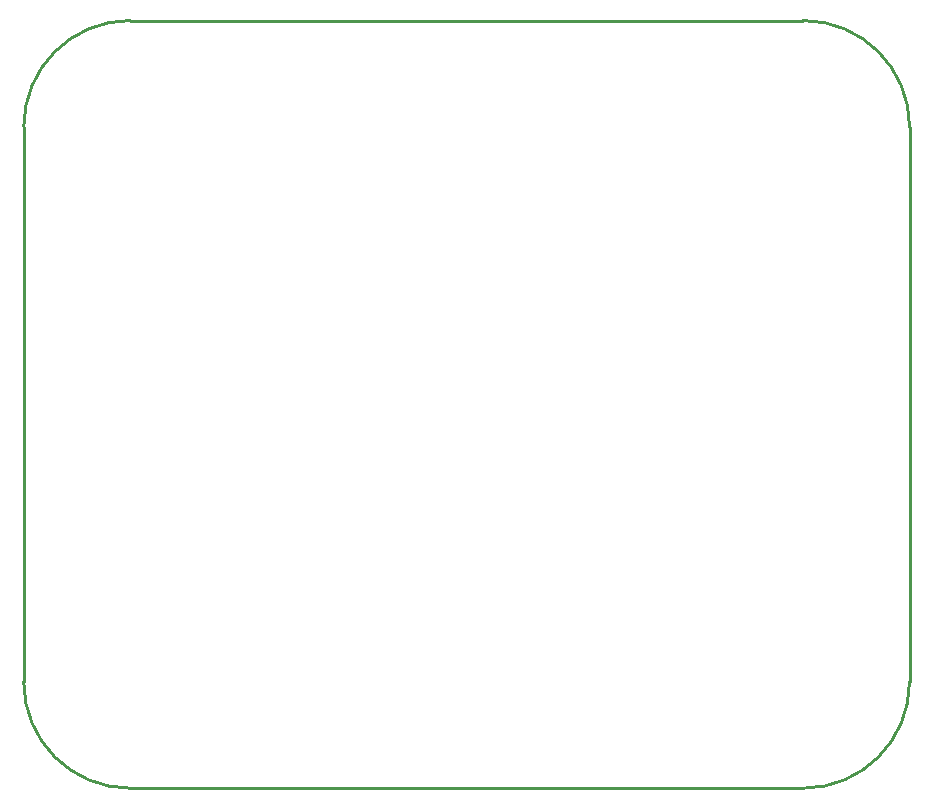
<source format=gko>
G04 Layer: BoardOutline*
G04 EasyEDA v6.4.14, 2021-01-21T23:56:56--5:00*
G04 aa685b108e8c4aaab1d0ece7fbf10bdb,7db2125e4611476bb2993bf99425ef50,10*
G04 Gerber Generator version 0.2*
G04 Scale: 100 percent, Rotated: No, Reflected: No *
G04 Dimensions in millimeters *
G04 leading zeros omitted , absolute positions ,4 integer and 5 decimal *
%FSLAX45Y45*%
%MOMM*%

%ADD10C,0.2540*%
D10*
X7500000Y5599998D02*
G01*
X7500000Y899998D01*
X0Y899998D02*
G01*
X0Y5599998D01*
X6599999Y0D02*
G01*
X900000Y0D01*
X900000Y6499999D02*
G01*
X6599999Y6499999D01*
G75*
G01*
X6600000Y6500000D02*
G02*
X7500000Y5599999I0J-900001D01*
G75*
G01*
X7500000Y899998D02*
G02*
X6600000Y0I-900000J3D01*
G75*
G01*
X900001Y0D02*
G02*
X0Y899998I0J900001D01*
G75*
G01*
X0Y5599999D02*
G02*
X900001Y6500000I900001J0D01*

%LPD*%
M02*

</source>
